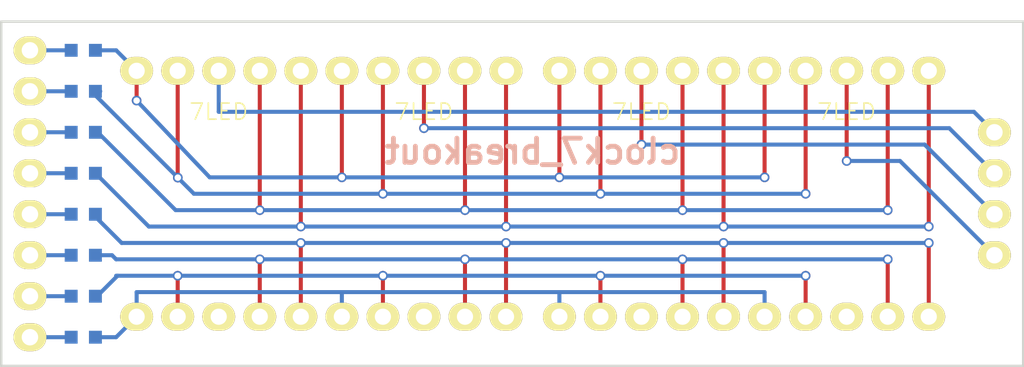
<source format=kicad_pcb>
(kicad_pcb (version 4) (host pcbnew 4.0.7-e2-6376~58~ubuntu16.04.1)

  (general
    (links 0)
    (no_connects 0)
    (area 83.622999 71.529 147.263001 94.939001)
    (thickness 1.6)
    (drawings 5)
    (tracks 134)
    (zones 0)
    (modules 14)
    (nets 1)
  )

  (page A4)
  (layers
    (0 F.Cu signal)
    (31 B.Cu signal)
    (32 B.Adhes user)
    (33 F.Adhes user)
    (34 B.Paste user)
    (35 F.Paste user)
    (36 B.SilkS user)
    (37 F.SilkS user)
    (38 B.Mask user)
    (39 F.Mask user)
    (40 Dwgs.User user)
    (41 Cmts.User user)
    (42 Eco1.User user)
    (43 Eco2.User user)
    (44 Edge.Cuts user)
    (45 Margin user)
    (46 B.CrtYd user)
    (47 F.CrtYd user)
    (48 B.Fab user)
    (49 F.Fab user)
  )

  (setup
    (last_trace_width 0.25)
    (trace_clearance 0.2)
    (zone_clearance 0.508)
    (zone_45_only no)
    (trace_min 0.2)
    (segment_width 0.2)
    (edge_width 0.15)
    (via_size 0.6)
    (via_drill 0.4)
    (via_min_size 0.4)
    (via_min_drill 0.3)
    (uvia_size 0.3)
    (uvia_drill 0.1)
    (uvias_allowed no)
    (uvia_min_size 0.2)
    (uvia_min_drill 0.1)
    (pcb_text_width 0.3)
    (pcb_text_size 1.5 1.5)
    (mod_edge_width 0.15)
    (mod_text_size 1 1)
    (mod_text_width 0.15)
    (pad_size 1.524 1.524)
    (pad_drill 0.762)
    (pad_to_mask_clearance 0.2)
    (aux_axis_origin 0 0)
    (visible_elements FFFFFF7F)
    (pcbplotparams
      (layerselection 0x00030_80000001)
      (usegerberextensions false)
      (excludeedgelayer true)
      (linewidth 0.100000)
      (plotframeref false)
      (viasonmask false)
      (mode 1)
      (useauxorigin false)
      (hpglpennumber 1)
      (hpglpenspeed 20)
      (hpglpendiameter 15)
      (hpglpenoverlay 2)
      (psnegative false)
      (psa4output false)
      (plotreference true)
      (plotvalue true)
      (plotinvisibletext false)
      (padsonsilk false)
      (subtractmaskfromsilk false)
      (outputformat 1)
      (mirror false)
      (drillshape 1)
      (scaleselection 1)
      (outputdirectory ""))
  )

  (net 0 "")

  (net_class Default "This is the default net class."
    (clearance 0.2)
    (trace_width 0.25)
    (via_dia 0.6)
    (via_drill 0.4)
    (uvia_dia 0.3)
    (uvia_drill 0.1)
  )

  (module 00my_modules:R_0603 (layer B.Cu) (tedit 5415CC62) (tstamp 5AE91CC5)
    (at 88.9 75.184)
    (descr R0603)
    (tags "resistor capacitor led 0603")
    (attr smd)
    (fp_text reference "" (at 0 0) (layer B.SilkS)
      (effects (font (size 0.5 0.5) (thickness 0.1)) (justify mirror))
    )
    (fp_text value R (at 0 0) (layer B.Fab)
      (effects (font (size 0.5 0.5) (thickness 0.01)) (justify mirror))
    )
    (fp_line (start -1.2 0.45) (end 1.2 0.45) (layer B.CrtYd) (width 0.01))
    (fp_line (start -1.2 -0.45) (end 1.2 -0.45) (layer B.CrtYd) (width 0.01))
    (fp_line (start -1.2 0.45) (end -1.2 -0.45) (layer B.CrtYd) (width 0.01))
    (fp_line (start 1.2 0.45) (end 1.2 -0.45) (layer B.CrtYd) (width 0.01))
    (pad 1 smd rect (at -0.75 0) (size 0.8 0.8) (layers B.Cu B.Paste B.Mask))
    (pad 2 smd rect (at 0.75 0) (size 0.8 0.8) (layers B.Cu B.Paste B.Mask))
  )

  (module 00my_modules:Pin_Header_Straight_1x08 (layer F.Cu) (tedit 0) (tstamp 5AE919B3)
    (at 85.598 75.184)
    (descr "Through hole pin header")
    (tags "pin header")
    (fp_text reference "" (at 0 -2.4) (layer F.SilkS)
      (effects (font (size 0.5 0.5) (thickness 0.01)))
    )
    (fp_text value "" (at 0 -3.1) (layer F.Fab)
      (effects (font (size 0.5 0.5) (thickness 0.01)))
    )
    (fp_line (start -1.75 -1.75) (end -1.75 19.53) (layer F.CrtYd) (width 0.05))
    (fp_line (start 1.75 -1.75) (end 1.75 19.53) (layer F.CrtYd) (width 0.05))
    (fp_line (start -1.75 -1.75) (end 1.75 -1.75) (layer F.CrtYd) (width 0.05))
    (fp_line (start -1.75 19.53) (end 1.75 19.53) (layer F.CrtYd) (width 0.05))
    (pad 1 thru_hole oval (at 0 0) (size 2.032 1.7272) (drill 1.016) (layers *.Cu *.Mask F.SilkS))
    (pad 2 thru_hole oval (at 0 2.54) (size 2.032 1.7272) (drill 1.016) (layers *.Cu *.Mask F.SilkS))
    (pad 3 thru_hole oval (at 0 5.08) (size 2.032 1.7272) (drill 1.016) (layers *.Cu *.Mask F.SilkS))
    (pad 4 thru_hole oval (at 0 7.62) (size 2.032 1.7272) (drill 1.016) (layers *.Cu *.Mask F.SilkS))
    (pad 5 thru_hole oval (at 0 10.16) (size 2.032 1.7272) (drill 1.016) (layers *.Cu *.Mask F.SilkS))
    (pad 6 thru_hole oval (at 0 12.7) (size 2.032 1.7272) (drill 1.016) (layers *.Cu *.Mask F.SilkS))
    (pad 7 thru_hole oval (at 0 15.24) (size 2.032 1.7272) (drill 1.016) (layers *.Cu *.Mask F.SilkS))
    (pad 8 thru_hole oval (at 0 17.78) (size 2.032 1.7272) (drill 1.016) (layers *.Cu *.Mask F.SilkS))
  )

  (module 00my_modules:SevenSegmentLed (layer F.Cu) (tedit 0) (tstamp 5AE5DDFC)
    (at 92.202 76.454)
    (descr "seven segment led")
    (tags led)
    (fp_text reference 7LED (at 5.08 2.54) (layer F.SilkS)
      (effects (font (size 1 1) (thickness 0.1)))
    )
    (fp_text value "" (at 10.16 12.7) (layer F.Fab)
      (effects (font (size 0.5 0.5) (thickness 0.01)))
    )
    (fp_line (start -1.27 -1.27) (end -1.27 16.51) (layer F.CrtYd) (width 0.05))
    (fp_line (start 11.43 -1.27) (end 11.43 16.51) (layer F.CrtYd) (width 0.05))
    (fp_line (start -1.27 -1.27) (end 11.43 -1.27) (layer F.CrtYd) (width 0.05))
    (fp_line (start -1.27 16.51) (end 11.43 16.51) (layer F.CrtYd) (width 0.05))
    (pad 10 thru_hole oval (at 0 0) (size 2.032 1.7272) (drill 1) (layers *.Cu *.Mask F.SilkS))
    (pad 9 thru_hole oval (at 2.54 0) (size 2.032 1.7272) (drill 1) (layers *.Cu *.Mask F.SilkS))
    (pad 8 thru_hole oval (at 5.08 0) (size 2.032 1.7272) (drill 1) (layers *.Cu *.Mask F.SilkS))
    (pad 7 thru_hole oval (at 7.62 0) (size 2.032 1.7272) (drill 1) (layers *.Cu *.Mask F.SilkS))
    (pad 6 thru_hole oval (at 10.16 0) (size 2.032 1.7272) (drill 1) (layers *.Cu *.Mask F.SilkS))
    (pad 1 thru_hole oval (at 0 15.24) (size 2.032 1.7272) (drill 1) (layers *.Cu *.Mask F.SilkS))
    (pad 2 thru_hole oval (at 2.54 15.24) (size 2.032 1.7272) (drill 1) (layers *.Cu *.Mask F.SilkS))
    (pad 3 thru_hole oval (at 5.08 15.24) (size 2.032 1.7272) (drill 1) (layers *.Cu *.Mask F.SilkS))
    (pad 4 thru_hole oval (at 7.62 15.24) (size 2.032 1.7272) (drill 1) (layers *.Cu *.Mask F.SilkS))
    (pad 5 thru_hole oval (at 10.16 15.24) (size 2.032 1.7272) (drill 1) (layers *.Cu *.Mask F.SilkS))
  )

  (module 00my_modules:SevenSegmentLed (layer F.Cu) (tedit 0) (tstamp 5AE5DE1F)
    (at 104.902 76.454)
    (descr "seven segment led")
    (tags led)
    (fp_text reference 7LED (at 5.08 2.54) (layer F.SilkS)
      (effects (font (size 1 1) (thickness 0.1)))
    )
    (fp_text value "" (at 10.16 12.7) (layer F.Fab)
      (effects (font (size 0.5 0.5) (thickness 0.01)))
    )
    (fp_line (start -1.27 -1.27) (end -1.27 16.51) (layer F.CrtYd) (width 0.05))
    (fp_line (start 11.43 -1.27) (end 11.43 16.51) (layer F.CrtYd) (width 0.05))
    (fp_line (start -1.27 -1.27) (end 11.43 -1.27) (layer F.CrtYd) (width 0.05))
    (fp_line (start -1.27 16.51) (end 11.43 16.51) (layer F.CrtYd) (width 0.05))
    (pad 10 thru_hole oval (at 0 0) (size 2.032 1.7272) (drill 1) (layers *.Cu *.Mask F.SilkS))
    (pad 9 thru_hole oval (at 2.54 0) (size 2.032 1.7272) (drill 1) (layers *.Cu *.Mask F.SilkS))
    (pad 8 thru_hole oval (at 5.08 0) (size 2.032 1.7272) (drill 1) (layers *.Cu *.Mask F.SilkS))
    (pad 7 thru_hole oval (at 7.62 0) (size 2.032 1.7272) (drill 1) (layers *.Cu *.Mask F.SilkS))
    (pad 6 thru_hole oval (at 10.16 0) (size 2.032 1.7272) (drill 1) (layers *.Cu *.Mask F.SilkS))
    (pad 1 thru_hole oval (at 0 15.24) (size 2.032 1.7272) (drill 1) (layers *.Cu *.Mask F.SilkS))
    (pad 2 thru_hole oval (at 2.54 15.24) (size 2.032 1.7272) (drill 1) (layers *.Cu *.Mask F.SilkS))
    (pad 3 thru_hole oval (at 5.08 15.24) (size 2.032 1.7272) (drill 1) (layers *.Cu *.Mask F.SilkS))
    (pad 4 thru_hole oval (at 7.62 15.24) (size 2.032 1.7272) (drill 1) (layers *.Cu *.Mask F.SilkS))
    (pad 5 thru_hole oval (at 10.16 15.24) (size 2.032 1.7272) (drill 1) (layers *.Cu *.Mask F.SilkS))
  )

  (module 00my_modules:SevenSegmentLed (layer F.Cu) (tedit 0) (tstamp 5AE5DE42)
    (at 118.364 76.454)
    (descr "seven segment led")
    (tags led)
    (fp_text reference 7LED (at 5.08 2.54) (layer F.SilkS)
      (effects (font (size 1 1) (thickness 0.1)))
    )
    (fp_text value "" (at 10.16 12.7) (layer F.Fab)
      (effects (font (size 0.5 0.5) (thickness 0.01)))
    )
    (fp_line (start -1.27 -1.27) (end -1.27 16.51) (layer F.CrtYd) (width 0.05))
    (fp_line (start 11.43 -1.27) (end 11.43 16.51) (layer F.CrtYd) (width 0.05))
    (fp_line (start -1.27 -1.27) (end 11.43 -1.27) (layer F.CrtYd) (width 0.05))
    (fp_line (start -1.27 16.51) (end 11.43 16.51) (layer F.CrtYd) (width 0.05))
    (pad 10 thru_hole oval (at 0 0) (size 2.032 1.7272) (drill 1) (layers *.Cu *.Mask F.SilkS))
    (pad 9 thru_hole oval (at 2.54 0) (size 2.032 1.7272) (drill 1) (layers *.Cu *.Mask F.SilkS))
    (pad 8 thru_hole oval (at 5.08 0) (size 2.032 1.7272) (drill 1) (layers *.Cu *.Mask F.SilkS))
    (pad 7 thru_hole oval (at 7.62 0) (size 2.032 1.7272) (drill 1) (layers *.Cu *.Mask F.SilkS))
    (pad 6 thru_hole oval (at 10.16 0) (size 2.032 1.7272) (drill 1) (layers *.Cu *.Mask F.SilkS))
    (pad 1 thru_hole oval (at 0 15.24) (size 2.032 1.7272) (drill 1) (layers *.Cu *.Mask F.SilkS))
    (pad 2 thru_hole oval (at 2.54 15.24) (size 2.032 1.7272) (drill 1) (layers *.Cu *.Mask F.SilkS))
    (pad 3 thru_hole oval (at 5.08 15.24) (size 2.032 1.7272) (drill 1) (layers *.Cu *.Mask F.SilkS))
    (pad 4 thru_hole oval (at 7.62 15.24) (size 2.032 1.7272) (drill 1) (layers *.Cu *.Mask F.SilkS))
    (pad 5 thru_hole oval (at 10.16 15.24) (size 2.032 1.7272) (drill 1) (layers *.Cu *.Mask F.SilkS))
  )

  (module 00my_modules:SevenSegmentLed (layer F.Cu) (tedit 0) (tstamp 5AE5DE77)
    (at 131.064 76.454)
    (descr "seven segment led")
    (tags led)
    (fp_text reference 7LED (at 5.08 2.54) (layer F.SilkS)
      (effects (font (size 1 1) (thickness 0.1)))
    )
    (fp_text value "" (at 10.16 12.7) (layer F.Fab)
      (effects (font (size 0.5 0.5) (thickness 0.01)))
    )
    (fp_line (start -1.27 -1.27) (end -1.27 16.51) (layer F.CrtYd) (width 0.05))
    (fp_line (start 11.43 -1.27) (end 11.43 16.51) (layer F.CrtYd) (width 0.05))
    (fp_line (start -1.27 -1.27) (end 11.43 -1.27) (layer F.CrtYd) (width 0.05))
    (fp_line (start -1.27 16.51) (end 11.43 16.51) (layer F.CrtYd) (width 0.05))
    (pad 10 thru_hole oval (at 0 0) (size 2.032 1.7272) (drill 1) (layers *.Cu *.Mask F.SilkS))
    (pad 9 thru_hole oval (at 2.54 0) (size 2.032 1.7272) (drill 1) (layers *.Cu *.Mask F.SilkS))
    (pad 8 thru_hole oval (at 5.08 0) (size 2.032 1.7272) (drill 1) (layers *.Cu *.Mask F.SilkS))
    (pad 7 thru_hole oval (at 7.62 0) (size 2.032 1.7272) (drill 1) (layers *.Cu *.Mask F.SilkS))
    (pad 6 thru_hole oval (at 10.16 0) (size 2.032 1.7272) (drill 1) (layers *.Cu *.Mask F.SilkS))
    (pad 1 thru_hole oval (at 0 15.24) (size 2.032 1.7272) (drill 1) (layers *.Cu *.Mask F.SilkS))
    (pad 2 thru_hole oval (at 2.54 15.24) (size 2.032 1.7272) (drill 1) (layers *.Cu *.Mask F.SilkS))
    (pad 3 thru_hole oval (at 5.08 15.24) (size 2.032 1.7272) (drill 1) (layers *.Cu *.Mask F.SilkS))
    (pad 4 thru_hole oval (at 7.62 15.24) (size 2.032 1.7272) (drill 1) (layers *.Cu *.Mask F.SilkS))
    (pad 5 thru_hole oval (at 10.16 15.24) (size 2.032 1.7272) (drill 1) (layers *.Cu *.Mask F.SilkS))
  )

  (module 00my_modules:Pin_Header_Straight_1x04 (layer F.Cu) (tedit 0) (tstamp 5AE9170B)
    (at 145.288 80.264)
    (descr "Through hole pin header")
    (tags "pin header")
    (fp_text reference "" (at 0 -2.4) (layer F.SilkS)
      (effects (font (size 0.5 0.5) (thickness 0.01)))
    )
    (fp_text value "" (at 0 -3.1) (layer F.Fab)
      (effects (font (size 0.5 0.5) (thickness 0.01)))
    )
    (fp_line (start -1.75 -1.75) (end -1.75 9.37) (layer F.CrtYd) (width 0.05))
    (fp_line (start 1.75 -1.75) (end 1.75 9.37) (layer F.CrtYd) (width 0.05))
    (fp_line (start -1.75 -1.75) (end 1.75 -1.75) (layer F.CrtYd) (width 0.05))
    (fp_line (start -1.75 9.37) (end 1.75 9.37) (layer F.CrtYd) (width 0.05))
    (pad 1 thru_hole oval (at 0 0) (size 2.032 1.7272) (drill 1.016) (layers *.Cu *.Mask F.SilkS))
    (pad 2 thru_hole oval (at 0 2.54) (size 2.032 1.7272) (drill 1.016) (layers *.Cu *.Mask F.SilkS))
    (pad 3 thru_hole oval (at 0 5.08) (size 2.032 1.7272) (drill 1.016) (layers *.Cu *.Mask F.SilkS))
    (pad 4 thru_hole oval (at 0 7.62) (size 2.032 1.7272) (drill 1.016) (layers *.Cu *.Mask F.SilkS))
  )

  (module 00my_modules:R_0603 (layer B.Cu) (tedit 5415CC62) (tstamp 5AE91C3E)
    (at 88.9 92.964)
    (descr R0603)
    (tags "resistor capacitor led 0603")
    (attr smd)
    (fp_text reference "" (at 0 0) (layer B.SilkS)
      (effects (font (size 0.5 0.5) (thickness 0.1)) (justify mirror))
    )
    (fp_text value R (at 0 0) (layer B.Fab)
      (effects (font (size 0.5 0.5) (thickness 0.01)) (justify mirror))
    )
    (fp_line (start -1.2 0.45) (end 1.2 0.45) (layer B.CrtYd) (width 0.01))
    (fp_line (start -1.2 -0.45) (end 1.2 -0.45) (layer B.CrtYd) (width 0.01))
    (fp_line (start -1.2 0.45) (end -1.2 -0.45) (layer B.CrtYd) (width 0.01))
    (fp_line (start 1.2 0.45) (end 1.2 -0.45) (layer B.CrtYd) (width 0.01))
    (pad 1 smd rect (at -0.75 0) (size 0.8 0.8) (layers B.Cu B.Paste B.Mask))
    (pad 2 smd rect (at 0.75 0) (size 0.8 0.8) (layers B.Cu B.Paste B.Mask))
  )

  (module 00my_modules:R_0603 (layer B.Cu) (tedit 5415CC62) (tstamp 5AE91C51)
    (at 88.9 90.424)
    (descr R0603)
    (tags "resistor capacitor led 0603")
    (attr smd)
    (fp_text reference "" (at 0 0) (layer B.SilkS)
      (effects (font (size 0.5 0.5) (thickness 0.1)) (justify mirror))
    )
    (fp_text value R (at 0 0) (layer B.Fab)
      (effects (font (size 0.5 0.5) (thickness 0.01)) (justify mirror))
    )
    (fp_line (start -1.2 0.45) (end 1.2 0.45) (layer B.CrtYd) (width 0.01))
    (fp_line (start -1.2 -0.45) (end 1.2 -0.45) (layer B.CrtYd) (width 0.01))
    (fp_line (start -1.2 0.45) (end -1.2 -0.45) (layer B.CrtYd) (width 0.01))
    (fp_line (start 1.2 0.45) (end 1.2 -0.45) (layer B.CrtYd) (width 0.01))
    (pad 1 smd rect (at -0.75 0) (size 0.8 0.8) (layers B.Cu B.Paste B.Mask))
    (pad 2 smd rect (at 0.75 0) (size 0.8 0.8) (layers B.Cu B.Paste B.Mask))
  )

  (module 00my_modules:R_0603 (layer B.Cu) (tedit 5415CC62) (tstamp 5AE91C64)
    (at 88.9 87.884)
    (descr R0603)
    (tags "resistor capacitor led 0603")
    (attr smd)
    (fp_text reference "" (at 0 0) (layer B.SilkS)
      (effects (font (size 0.5 0.5) (thickness 0.1)) (justify mirror))
    )
    (fp_text value R (at 0 0) (layer B.Fab)
      (effects (font (size 0.5 0.5) (thickness 0.01)) (justify mirror))
    )
    (fp_line (start -1.2 0.45) (end 1.2 0.45) (layer B.CrtYd) (width 0.01))
    (fp_line (start -1.2 -0.45) (end 1.2 -0.45) (layer B.CrtYd) (width 0.01))
    (fp_line (start -1.2 0.45) (end -1.2 -0.45) (layer B.CrtYd) (width 0.01))
    (fp_line (start 1.2 0.45) (end 1.2 -0.45) (layer B.CrtYd) (width 0.01))
    (pad 1 smd rect (at -0.75 0) (size 0.8 0.8) (layers B.Cu B.Paste B.Mask))
    (pad 2 smd rect (at 0.75 0) (size 0.8 0.8) (layers B.Cu B.Paste B.Mask))
  )

  (module 00my_modules:R_0603 (layer B.Cu) (tedit 5415CC62) (tstamp 5AE91C78)
    (at 88.9 85.344)
    (descr R0603)
    (tags "resistor capacitor led 0603")
    (attr smd)
    (fp_text reference "" (at 0 0) (layer B.SilkS)
      (effects (font (size 0.5 0.5) (thickness 0.1)) (justify mirror))
    )
    (fp_text value R (at 0 0) (layer B.Fab)
      (effects (font (size 0.5 0.5) (thickness 0.01)) (justify mirror))
    )
    (fp_line (start -1.2 0.45) (end 1.2 0.45) (layer B.CrtYd) (width 0.01))
    (fp_line (start -1.2 -0.45) (end 1.2 -0.45) (layer B.CrtYd) (width 0.01))
    (fp_line (start -1.2 0.45) (end -1.2 -0.45) (layer B.CrtYd) (width 0.01))
    (fp_line (start 1.2 0.45) (end 1.2 -0.45) (layer B.CrtYd) (width 0.01))
    (pad 1 smd rect (at -0.75 0) (size 0.8 0.8) (layers B.Cu B.Paste B.Mask))
    (pad 2 smd rect (at 0.75 0) (size 0.8 0.8) (layers B.Cu B.Paste B.Mask))
  )

  (module 00my_modules:R_0603 (layer B.Cu) (tedit 5415CC62) (tstamp 5AE91C8B)
    (at 88.9 82.804)
    (descr R0603)
    (tags "resistor capacitor led 0603")
    (attr smd)
    (fp_text reference "" (at 0 0) (layer B.SilkS)
      (effects (font (size 0.5 0.5) (thickness 0.1)) (justify mirror))
    )
    (fp_text value R (at 0 0) (layer B.Fab)
      (effects (font (size 0.5 0.5) (thickness 0.01)) (justify mirror))
    )
    (fp_line (start -1.2 0.45) (end 1.2 0.45) (layer B.CrtYd) (width 0.01))
    (fp_line (start -1.2 -0.45) (end 1.2 -0.45) (layer B.CrtYd) (width 0.01))
    (fp_line (start -1.2 0.45) (end -1.2 -0.45) (layer B.CrtYd) (width 0.01))
    (fp_line (start 1.2 0.45) (end 1.2 -0.45) (layer B.CrtYd) (width 0.01))
    (pad 1 smd rect (at -0.75 0) (size 0.8 0.8) (layers B.Cu B.Paste B.Mask))
    (pad 2 smd rect (at 0.75 0) (size 0.8 0.8) (layers B.Cu B.Paste B.Mask))
  )

  (module 00my_modules:R_0603 (layer B.Cu) (tedit 5415CC62) (tstamp 5AE91C9E)
    (at 88.9 80.264)
    (descr R0603)
    (tags "resistor capacitor led 0603")
    (attr smd)
    (fp_text reference "" (at 0 0) (layer B.SilkS)
      (effects (font (size 0.5 0.5) (thickness 0.1)) (justify mirror))
    )
    (fp_text value R (at 0 0) (layer B.Fab)
      (effects (font (size 0.5 0.5) (thickness 0.01)) (justify mirror))
    )
    (fp_line (start -1.2 0.45) (end 1.2 0.45) (layer B.CrtYd) (width 0.01))
    (fp_line (start -1.2 -0.45) (end 1.2 -0.45) (layer B.CrtYd) (width 0.01))
    (fp_line (start -1.2 0.45) (end -1.2 -0.45) (layer B.CrtYd) (width 0.01))
    (fp_line (start 1.2 0.45) (end 1.2 -0.45) (layer B.CrtYd) (width 0.01))
    (pad 1 smd rect (at -0.75 0) (size 0.8 0.8) (layers B.Cu B.Paste B.Mask))
    (pad 2 smd rect (at 0.75 0) (size 0.8 0.8) (layers B.Cu B.Paste B.Mask))
  )

  (module 00my_modules:R_0603 (layer B.Cu) (tedit 5415CC62) (tstamp 5AE91CB1)
    (at 88.9 77.724)
    (descr R0603)
    (tags "resistor capacitor led 0603")
    (attr smd)
    (fp_text reference "" (at 0 0) (layer B.SilkS)
      (effects (font (size 0.5 0.5) (thickness 0.1)) (justify mirror))
    )
    (fp_text value R (at 0 0) (layer B.Fab)
      (effects (font (size 0.5 0.5) (thickness 0.01)) (justify mirror))
    )
    (fp_line (start -1.2 0.45) (end 1.2 0.45) (layer B.CrtYd) (width 0.01))
    (fp_line (start -1.2 -0.45) (end 1.2 -0.45) (layer B.CrtYd) (width 0.01))
    (fp_line (start -1.2 0.45) (end -1.2 -0.45) (layer B.CrtYd) (width 0.01))
    (fp_line (start 1.2 0.45) (end 1.2 -0.45) (layer B.CrtYd) (width 0.01))
    (pad 1 smd rect (at -0.75 0) (size 0.8 0.8) (layers B.Cu B.Paste B.Mask))
    (pad 2 smd rect (at 0.75 0) (size 0.8 0.8) (layers B.Cu B.Paste B.Mask))
  )

  (gr_text clock7_breakout (at 116.7 81.45) (layer B.SilkS)
    (effects (font (size 1.5 1.5) (thickness 0.3)) (justify mirror))
  )
  (gr_line (start 83.82 73.406) (end 83.82 94.742) (angle 90) (layer Edge.Cuts) (width 0.15))
  (gr_line (start 147.066 94.742) (end 147.066 73.406) (angle 90) (layer Edge.Cuts) (width 0.15))
  (gr_line (start 83.82 94.742) (end 147.066 94.742) (angle 90) (layer Edge.Cuts) (width 0.15))
  (gr_line (start 83.82 73.406) (end 147.066 73.406) (angle 90) (layer Edge.Cuts) (width 0.15))

  (segment (start 85.598 85.344) (end 88.15 85.344) (width 0.25) (layer B.Cu) (net 0) (status C00000))
  (segment (start 88.15 87.884) (end 85.598 87.884) (width 0.25) (layer B.Cu) (net 0) (status C00000))
  (segment (start 85.598 90.424) (end 88.15 90.424) (width 0.25) (layer B.Cu) (net 0) (status C00000))
  (segment (start 88.15 92.964) (end 85.598 92.964) (width 0.25) (layer B.Cu) (net 0) (status C00000))
  (segment (start 85.598 82.804) (end 88.15 82.804) (width 0.25) (layer B.Cu) (net 0) (status C00000))
  (segment (start 88.15 80.264) (end 85.598 80.264) (width 0.25) (layer B.Cu) (net 0) (status C00000))
  (segment (start 85.598 77.724) (end 88.15 77.724) (width 0.25) (layer B.Cu) (net 0) (status C00000))
  (segment (start 88.15 75.184) (end 85.598 75.184) (width 0.25) (layer B.Cu) (net 0) (status C00000))
  (segment (start 89.65 77.724) (end 89.65 77.975) (width 0.25) (layer B.Cu) (net 0))
  (segment (start 89.65 77.975) (end 94.75 83.075) (width 0.25) (layer B.Cu) (net 0) (tstamp 5AE920A6))
  (segment (start 94.742 76.454) (end 94.742 83.067) (width 0.25) (layer F.Cu) (net 0))
  (segment (start 95.758 84.074) (end 107.442 84.074) (width 0.25) (layer B.Cu) (net 0) (tstamp 5AE92093))
  (segment (start 95.749 84.074) (end 95.758 84.074) (width 0.25) (layer B.Cu) (net 0) (tstamp 5AE920A4))
  (segment (start 94.75 83.075) (end 95.749 84.074) (width 0.25) (layer B.Cu) (net 0) (tstamp 5AE920A3))
  (via (at 94.75 83.075) (size 0.6) (drill 0.4) (layers F.Cu B.Cu) (net 0))
  (segment (start 94.742 83.067) (end 94.75 83.075) (width 0.25) (layer F.Cu) (net 0) (tstamp 5AE9209F))
  (segment (start 89.65 85.344) (end 89.65 85.5) (width 0.25) (layer B.Cu) (net 0))
  (segment (start 89.65 85.5) (end 91.272 87.122) (width 0.25) (layer B.Cu) (net 0) (tstamp 5AE92085))
  (segment (start 89.65 82.804) (end 89.654 82.804) (width 0.25) (layer B.Cu) (net 0))
  (segment (start 89.654 82.804) (end 92.956 86.106) (width 0.25) (layer B.Cu) (net 0) (tstamp 5AE9207F))
  (segment (start 89.65 80.264) (end 89.789 80.264) (width 0.25) (layer B.Cu) (net 0))
  (segment (start 89.789 80.264) (end 94.615 85.09) (width 0.25) (layer B.Cu) (net 0) (tstamp 5AE9207A))
  (segment (start 89.65 77.724) (end 89.949 77.724) (width 0.25) (layer B.Cu) (net 0))
  (segment (start 91.272 87.122) (end 102.362 87.122) (width 0.25) (layer B.Cu) (net 0) (tstamp 5AE92087))
  (segment (start 89.65 90.424) (end 89.751 90.424) (width 0.25) (layer B.Cu) (net 0))
  (segment (start 89.751 90.424) (end 91.021 89.154) (width 0.25) (layer B.Cu) (net 0) (tstamp 5AE9204F))
  (segment (start 89.65 87.884) (end 90.678 87.884) (width 0.25) (layer B.Cu) (net 0))
  (segment (start 90.932 88.138) (end 99.822 88.138) (width 0.25) (layer B.Cu) (net 0))
  (segment (start 90.678 87.884) (end 90.932 88.138) (width 0.25) (layer B.Cu) (net 0) (tstamp 5AE9204D))
  (segment (start 89.65 92.964) (end 90.932 92.964) (width 0.25) (layer B.Cu) (net 0))
  (segment (start 90.932 92.964) (end 92.202 91.694) (width 0.25) (layer B.Cu) (net 0) (tstamp 5AE92049))
  (segment (start 94.615 85.09) (end 99.822 85.09) (width 0.25) (layer B.Cu) (net 0) (tstamp 5AE9207C))
  (segment (start 89.65 75.184) (end 90.932 75.184) (width 0.25) (layer B.Cu) (net 0))
  (segment (start 90.932 75.184) (end 92.202 76.454) (width 0.25) (layer B.Cu) (net 0) (tstamp 5AE92011))
  (segment (start 102.362 86.106) (end 92.956 86.106) (width 0.25) (layer B.Cu) (net 0))
  (segment (start 94.742 89.154) (end 91.021 89.154) (width 0.25) (layer B.Cu) (net 0))
  (segment (start 91.021 89.154) (end 90.932 89.154) (width 0.25) (layer B.Cu) (net 0) (tstamp 5AE92051))
  (segment (start 97.282 78.994) (end 144.018 78.994) (width 0.25) (layer B.Cu) (net 0))
  (segment (start 144.018 78.994) (end 145.288 80.264) (width 0.25) (layer B.Cu) (net 0) (tstamp 5AE91722))
  (segment (start 109.982 80.01) (end 142.494 80.01) (width 0.25) (layer B.Cu) (net 0))
  (segment (start 142.494 80.01) (end 145.288 82.804) (width 0.25) (layer B.Cu) (net 0) (tstamp 5AE9171F))
  (segment (start 123.444 81.026) (end 140.97 81.026) (width 0.25) (layer B.Cu) (net 0))
  (segment (start 140.97 81.026) (end 145.288 85.344) (width 0.25) (layer B.Cu) (net 0) (tstamp 5AE9171C))
  (segment (start 136.144 82.042) (end 139.446 82.042) (width 0.25) (layer B.Cu) (net 0))
  (segment (start 139.446 82.042) (end 145.288 87.884) (width 0.25) (layer B.Cu) (net 0) (tstamp 5AE91719))
  (segment (start 97.282 78.994) (end 97.282 76.454) (width 0.25) (layer B.Cu) (net 0))
  (via (at 109.982 80.01) (size 0.6) (drill 0.4) (layers F.Cu B.Cu) (net 0))
  (segment (start 109.982 80.01) (end 109.982 76.454) (width 0.25) (layer F.Cu) (net 0))
  (segment (start 123.444 81.026) (end 123.444 76.454) (width 0.25) (layer F.Cu) (net 0) (tstamp 5AE5E05B))
  (via (at 123.444 81.026) (size 0.6) (drill 0.4) (layers F.Cu B.Cu) (net 0))
  (via (at 136.144 82.042) (size 0.6) (drill 0.4) (layers F.Cu B.Cu) (net 0))
  (segment (start 136.144 82.042) (end 136.144 76.454) (width 0.25) (layer F.Cu) (net 0))
  (via (at 118.364 83.058) (size 0.6) (drill 0.4) (layers F.Cu B.Cu) (net 0))
  (segment (start 118.364 83.058) (end 118.364 76.454) (width 0.25) (layer F.Cu) (net 0) (tstamp 5AE5E0EE))
  (segment (start 120.904 76.454) (end 120.904 84.074) (width 0.25) (layer F.Cu) (net 0))
  (via (at 120.904 84.074) (size 0.6) (drill 0.4) (layers F.Cu B.Cu) (net 0))
  (via (at 125.984 85.09) (size 0.6) (drill 0.4) (layers F.Cu B.Cu) (net 0))
  (segment (start 125.984 85.09) (end 125.984 76.454) (width 0.25) (layer F.Cu) (net 0) (tstamp 5AE5E0E2))
  (segment (start 128.524 76.454) (end 128.524 86.106) (width 0.25) (layer F.Cu) (net 0))
  (via (at 128.524 86.106) (size 0.6) (drill 0.4) (layers F.Cu B.Cu) (net 0))
  (via (at 104.902 83.058) (size 0.6) (drill 0.4) (layers F.Cu B.Cu) (net 0))
  (segment (start 104.902 83.058) (end 104.902 76.454) (width 0.25) (layer F.Cu) (net 0) (tstamp 5AE5E0D6))
  (segment (start 107.442 76.454) (end 107.442 84.074) (width 0.25) (layer F.Cu) (net 0))
  (via (at 107.442 84.074) (size 0.6) (drill 0.4) (layers F.Cu B.Cu) (net 0))
  (via (at 112.522 85.09) (size 0.6) (drill 0.4) (layers F.Cu B.Cu) (net 0))
  (segment (start 112.522 85.09) (end 112.522 76.454) (width 0.25) (layer F.Cu) (net 0) (tstamp 5AE5E0CA))
  (segment (start 115.062 76.454) (end 115.062 86.106) (width 0.25) (layer F.Cu) (net 0))
  (via (at 115.062 86.106) (size 0.6) (drill 0.4) (layers F.Cu B.Cu) (net 0))
  (via (at 92.2 78.3) (size 0.6) (drill 0.4) (layers F.Cu B.Cu) (net 0))
  (segment (start 92.2 78.3) (end 92.202 76.454) (width 0.25) (layer F.Cu) (net 0) (tstamp 5AE5E0BE))
  (segment (start 99.822 76.454) (end 99.822 85.09) (width 0.25) (layer F.Cu) (net 0))
  (via (at 99.822 85.09) (size 0.6) (drill 0.4) (layers F.Cu B.Cu) (net 0))
  (via (at 102.362 86.106) (size 0.6) (drill 0.4) (layers F.Cu B.Cu) (net 0))
  (segment (start 102.362 86.106) (end 102.362 76.454) (width 0.25) (layer F.Cu) (net 0) (tstamp 5AE5E0A5))
  (segment (start 102.362 91.694) (end 102.362 87.122) (width 0.25) (layer F.Cu) (net 0))
  (via (at 102.362 87.122) (size 0.6) (drill 0.4) (layers F.Cu B.Cu) (net 0))
  (via (at 99.822 88.138) (size 0.6) (drill 0.4) (layers F.Cu B.Cu) (net 0))
  (segment (start 99.822 88.138) (end 99.822 91.694) (width 0.25) (layer F.Cu) (net 0) (tstamp 5AE5E099))
  (segment (start 94.742 91.694) (end 94.742 89.154) (width 0.25) (layer F.Cu) (net 0))
  (via (at 94.742 89.154) (size 0.6) (drill 0.4) (layers F.Cu B.Cu) (net 0))
  (via (at 115.062 87.122) (size 0.6) (drill 0.4) (layers F.Cu B.Cu) (net 0))
  (segment (start 115.062 87.122) (end 115.062 91.694) (width 0.25) (layer F.Cu) (net 0) (tstamp 5AE5E08D))
  (segment (start 112.522 91.694) (end 112.522 88.138) (width 0.25) (layer F.Cu) (net 0))
  (via (at 112.522 88.138) (size 0.6) (drill 0.4) (layers F.Cu B.Cu) (net 0))
  (via (at 107.442 89.154) (size 0.6) (drill 0.4) (layers F.Cu B.Cu) (net 0))
  (segment (start 107.442 89.154) (end 107.442 91.694) (width 0.25) (layer F.Cu) (net 0) (tstamp 5AE5E080))
  (segment (start 128.524 91.694) (end 128.524 87.122) (width 0.25) (layer F.Cu) (net 0))
  (via (at 128.524 87.122) (size 0.6) (drill 0.4) (layers F.Cu B.Cu) (net 0))
  (via (at 125.984 88.138) (size 0.6) (drill 0.4) (layers F.Cu B.Cu) (net 0))
  (segment (start 125.984 88.138) (end 125.984 91.694) (width 0.25) (layer F.Cu) (net 0) (tstamp 5AE5E074))
  (segment (start 120.904 91.694) (end 120.904 89.154) (width 0.25) (layer F.Cu) (net 0))
  (via (at 120.904 89.154) (size 0.6) (drill 0.4) (layers F.Cu B.Cu) (net 0))
  (via (at 131.064 83.058) (size 0.6) (drill 0.4) (layers F.Cu B.Cu) (net 0))
  (segment (start 131.064 83.058) (end 131.064 76.454) (width 0.25) (layer F.Cu) (net 0) (tstamp 5AE5E04A))
  (segment (start 133.604 76.454) (end 133.604 84.074) (width 0.25) (layer F.Cu) (net 0))
  (via (at 133.604 84.074) (size 0.6) (drill 0.4) (layers F.Cu B.Cu) (net 0))
  (via (at 138.684 85.09) (size 0.6) (drill 0.4) (layers F.Cu B.Cu) (net 0))
  (segment (start 138.684 85.09) (end 138.684 76.454) (width 0.25) (layer F.Cu) (net 0) (tstamp 5AE5E03E))
  (segment (start 141.224 76.454) (end 141.224 86.106) (width 0.25) (layer F.Cu) (net 0))
  (via (at 141.224 86.106) (size 0.6) (drill 0.4) (layers F.Cu B.Cu) (net 0))
  (segment (start 141.224 91.694) (end 141.224 87.122) (width 0.25) (layer F.Cu) (net 0))
  (via (at 141.224 87.122) (size 0.6) (drill 0.4) (layers F.Cu B.Cu) (net 0))
  (via (at 138.684 88.138) (size 0.6) (drill 0.4) (layers F.Cu B.Cu) (net 0))
  (segment (start 138.684 88.138) (end 138.684 91.694) (width 0.25) (layer F.Cu) (net 0) (tstamp 5AE5E027))
  (segment (start 133.604 91.694) (end 133.604 89.154) (width 0.25) (layer F.Cu) (net 0))
  (via (at 133.604 89.154) (size 0.6) (drill 0.4) (layers F.Cu B.Cu) (net 0))
  (segment (start 131.064 91.694) (end 131.064 90.17) (width 0.25) (layer B.Cu) (net 0))
  (segment (start 118.364 91.694) (end 118.364 90.17) (width 0.25) (layer B.Cu) (net 0))
  (segment (start 104.902 91.694) (end 104.902 90.17) (width 0.25) (layer B.Cu) (net 0))
  (segment (start 92.202 91.694) (end 92.202 90.17) (width 0.25) (layer B.Cu) (net 0))
  (segment (start 92.202 90.17) (end 104.902 90.17) (width 0.25) (layer B.Cu) (net 0) (tstamp 5AE5E010))
  (segment (start 104.902 90.17) (end 118.364 90.17) (width 0.25) (layer B.Cu) (net 0) (tstamp 5AE5E014))
  (segment (start 118.364 90.17) (end 131.064 90.17) (width 0.25) (layer B.Cu) (net 0) (tstamp 5AE5E018))
  (segment (start 94.742 89.154) (end 107.442 89.154) (width 0.25) (layer B.Cu) (net 0) (tstamp 5AE5E094))
  (segment (start 107.442 89.154) (end 120.904 89.154) (width 0.25) (layer B.Cu) (net 0) (tstamp 5AE5E07D))
  (segment (start 120.904 89.154) (end 133.604 89.154) (width 0.25) (layer B.Cu) (net 0) (tstamp 5AE5E06F))
  (segment (start 99.822 88.138) (end 112.522 88.138) (width 0.25) (layer B.Cu) (net 0) (tstamp 5AE5E096))
  (segment (start 112.522 88.138) (end 125.984 88.138) (width 0.25) (layer B.Cu) (net 0) (tstamp 5AE5E087))
  (segment (start 125.984 88.138) (end 138.684 88.138) (width 0.25) (layer B.Cu) (net 0) (tstamp 5AE5E071))
  (segment (start 102.362 87.122) (end 115.062 87.122) (width 0.25) (layer B.Cu) (net 0) (tstamp 5AE5E0A0))
  (segment (start 115.062 87.122) (end 128.524 87.122) (width 0.25) (layer B.Cu) (net 0) (tstamp 5AE5E08A))
  (segment (start 128.524 87.122) (end 141.224 87.122) (width 0.25) (layer B.Cu) (net 0) (tstamp 5AE5E07B))
  (segment (start 102.362 86.106) (end 115.062 86.106) (width 0.25) (layer B.Cu) (net 0) (tstamp 5AE5E0A2))
  (segment (start 115.062 86.106) (end 128.524 86.106) (width 0.25) (layer B.Cu) (net 0) (tstamp 5AE5E0C5))
  (segment (start 128.524 86.106) (end 141.224 86.106) (width 0.25) (layer B.Cu) (net 0) (tstamp 5AE5E0DD))
  (segment (start 99.822 85.09) (end 112.522 85.09) (width 0.25) (layer B.Cu) (net 0) (tstamp 5AE5E0AC))
  (segment (start 112.522 85.09) (end 125.984 85.09) (width 0.25) (layer B.Cu) (net 0) (tstamp 5AE5E0C7))
  (segment (start 125.984 85.09) (end 138.684 85.09) (width 0.25) (layer B.Cu) (net 0) (tstamp 5AE5E0DF))
  (segment (start 107.442 84.074) (end 120.904 84.074) (width 0.25) (layer B.Cu) (net 0) (tstamp 5AE5E0D1))
  (segment (start 120.904 84.074) (end 133.604 84.074) (width 0.25) (layer B.Cu) (net 0) (tstamp 5AE5E0E9))
  (segment (start 92.2 78.3) (end 96.725 83.058) (width 0.25) (layer B.Cu) (net 0) (tstamp 5AE5E0BB))
  (segment (start 96.725 83.058) (end 104.902 83.058) (width 0.25) (layer B.Cu) (net 0) (tstamp 5AE9206E))
  (segment (start 104.902 83.058) (end 118.364 83.058) (width 0.25) (layer B.Cu) (net 0) (tstamp 5AE5E0D3))
  (segment (start 118.364 83.058) (end 131.064 83.058) (width 0.25) (layer B.Cu) (net 0) (tstamp 5AE5E0EB))

)

</source>
